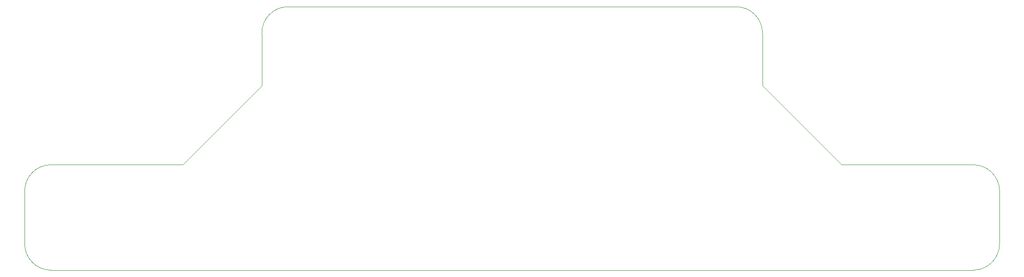
<source format=gbr>
%TF.GenerationSoftware,KiCad,Pcbnew,(6.0.7)*%
%TF.CreationDate,2022-10-03T11:37:18-05:00*%
%TF.ProjectId,FieldBangerPCB,4669656c-6442-4616-9e67-65725043422e,rev?*%
%TF.SameCoordinates,Original*%
%TF.FileFunction,Profile,NP*%
%FSLAX46Y46*%
G04 Gerber Fmt 4.6, Leading zero omitted, Abs format (unit mm)*
G04 Created by KiCad (PCBNEW (6.0.7)) date 2022-10-03 11:37:18*
%MOMM*%
%LPD*%
G01*
G04 APERTURE LIST*
%TA.AperFunction,Profile*%
%ADD10C,0.100000*%
%TD*%
G04 APERTURE END LIST*
D10*
X40000000Y-60000000D02*
X65000000Y-60000000D01*
X35000000Y-75000000D02*
X35000000Y-65000000D01*
X80000000Y-45000000D02*
X80000000Y-35000000D01*
X215000000Y-80000000D02*
G75*
G03*
X220000000Y-75000000I0J5000000D01*
G01*
X35000000Y-75000000D02*
G75*
G03*
X40000000Y-80000000I5000000J0D01*
G01*
X175000000Y-35000000D02*
G75*
G03*
X170000000Y-30000000I-5000000J0D01*
G01*
X175000000Y-35000000D02*
X175000000Y-45000000D01*
X85000000Y-30000000D02*
X170000000Y-30000000D01*
X175000000Y-45000000D02*
X190000000Y-60000000D01*
X80000000Y-45000000D02*
X65000000Y-60000000D01*
X220000000Y-65000000D02*
G75*
G03*
X215000000Y-60000000I-5000000J0D01*
G01*
X85000000Y-30000000D02*
G75*
G03*
X80000000Y-35000000I0J-5000000D01*
G01*
X215000000Y-80000000D02*
X40000000Y-80000000D01*
X190000000Y-60000000D02*
X215000000Y-60000000D01*
X220000000Y-65000000D02*
X220000000Y-75000000D01*
X40000000Y-60000000D02*
G75*
G03*
X35000000Y-65000000I0J-5000000D01*
G01*
M02*

</source>
